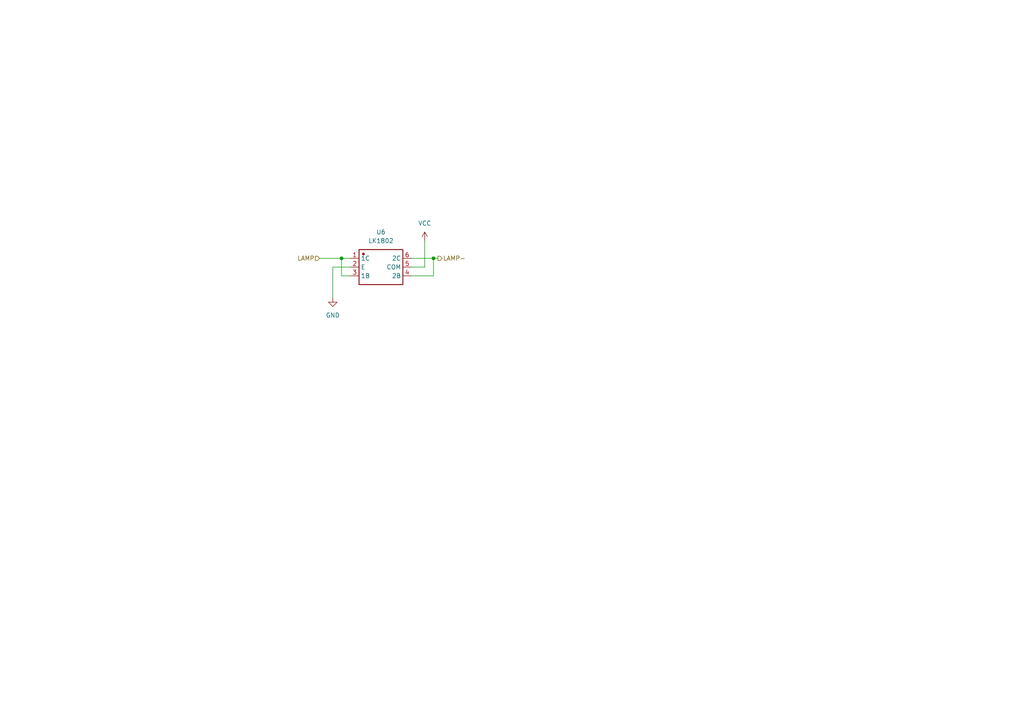
<source format=kicad_sch>
(kicad_sch
	(version 20250114)
	(generator "eeschema")
	(generator_version "9.0")
	(uuid "16a85ecb-cff9-487f-a03c-81f40487c06a")
	(paper "A4")
	(lib_symbols
		(symbol "SCHLIB_LK1802_2025-07-18:LK1802"
			(exclude_from_sim no)
			(in_bom yes)
			(on_board yes)
			(property "Reference" "U?"
				(at 0 0 0)
				(effects
					(font
						(size 1.27 1.27)
					)
				)
			)
			(property "Value" "LK1802"
				(at 0 0 0)
				(effects
					(font
						(size 1.27 1.27)
					)
				)
			)
			(property "Footprint" ""
				(at 0 0 0)
				(effects
					(font
						(size 1.27 1.27)
					)
					(hide yes)
				)
			)
			(property "Datasheet" ""
				(at 0 0 0)
				(effects
					(font
						(size 1.27 1.27)
					)
					(hide yes)
				)
			)
			(property "Description" ""
				(at 0 0 0)
				(effects
					(font
						(size 1.27 1.27)
					)
					(hide yes)
				)
			)
			(property "Manufacturer Part" "LK1802"
				(at 0 0 0)
				(effects
					(font
						(size 1.27 1.27)
					)
					(hide yes)
				)
			)
			(property "Manufacturer" "LANKE(兰科)"
				(at 0 0 0)
				(effects
					(font
						(size 1.27 1.27)
					)
					(hide yes)
				)
			)
			(property "Supplier Part" "C2984831"
				(at 0 0 0)
				(effects
					(font
						(size 1.27 1.27)
					)
					(hide yes)
				)
			)
			(property "Supplier" "LCSC"
				(at 0 0 0)
				(effects
					(font
						(size 1.27 1.27)
					)
					(hide yes)
				)
			)
			(symbol "LK1802_0_0"
				(rectangle
					(start -6.35 5.08)
					(end 6.35 -5.08)
					(stroke
						(width 0.254)
						(type solid)
					)
					(fill
						(type none)
					)
				)
				(circle
					(center -5.08 3.81)
					(radius 0.254)
					(stroke
						(width 0.254)
						(type solid)
					)
					(fill
						(type outline)
					)
				)
				(pin unspecified line
					(at -8.89 2.54 0)
					(length 2.54)
					(name "1C"
						(effects
							(font
								(size 1.27 1.27)
							)
						)
					)
					(number "1"
						(effects
							(font
								(size 1.27 1.27)
							)
						)
					)
				)
				(pin unspecified line
					(at -8.89 0 0)
					(length 2.54)
					(name "E"
						(effects
							(font
								(size 1.27 1.27)
							)
						)
					)
					(number "2"
						(effects
							(font
								(size 1.27 1.27)
							)
						)
					)
				)
				(pin unspecified line
					(at -8.89 -2.54 0)
					(length 2.54)
					(name "1B"
						(effects
							(font
								(size 1.27 1.27)
							)
						)
					)
					(number "3"
						(effects
							(font
								(size 1.27 1.27)
							)
						)
					)
				)
				(pin unspecified line
					(at 8.89 2.54 180)
					(length 2.54)
					(name "2C"
						(effects
							(font
								(size 1.27 1.27)
							)
						)
					)
					(number "6"
						(effects
							(font
								(size 1.27 1.27)
							)
						)
					)
				)
				(pin unspecified line
					(at 8.89 0 180)
					(length 2.54)
					(name "COM"
						(effects
							(font
								(size 1.27 1.27)
							)
						)
					)
					(number "5"
						(effects
							(font
								(size 1.27 1.27)
							)
						)
					)
				)
				(pin unspecified line
					(at 8.89 -2.54 180)
					(length 2.54)
					(name "2B"
						(effects
							(font
								(size 1.27 1.27)
							)
						)
					)
					(number "4"
						(effects
							(font
								(size 1.27 1.27)
							)
						)
					)
				)
			)
			(embedded_fonts no)
		)
		(symbol "power:GND"
			(power)
			(pin_numbers
				(hide yes)
			)
			(pin_names
				(offset 0)
				(hide yes)
			)
			(exclude_from_sim no)
			(in_bom yes)
			(on_board yes)
			(property "Reference" "#PWR"
				(at 0 -6.35 0)
				(effects
					(font
						(size 1.27 1.27)
					)
					(hide yes)
				)
			)
			(property "Value" "GND"
				(at 0 -3.81 0)
				(effects
					(font
						(size 1.27 1.27)
					)
				)
			)
			(property "Footprint" ""
				(at 0 0 0)
				(effects
					(font
						(size 1.27 1.27)
					)
					(hide yes)
				)
			)
			(property "Datasheet" ""
				(at 0 0 0)
				(effects
					(font
						(size 1.27 1.27)
					)
					(hide yes)
				)
			)
			(property "Description" "Power symbol creates a global label with name \"GND\" , ground"
				(at 0 0 0)
				(effects
					(font
						(size 1.27 1.27)
					)
					(hide yes)
				)
			)
			(property "ki_keywords" "global power"
				(at 0 0 0)
				(effects
					(font
						(size 1.27 1.27)
					)
					(hide yes)
				)
			)
			(symbol "GND_0_1"
				(polyline
					(pts
						(xy 0 0) (xy 0 -1.27) (xy 1.27 -1.27) (xy 0 -2.54) (xy -1.27 -1.27) (xy 0 -1.27)
					)
					(stroke
						(width 0)
						(type default)
					)
					(fill
						(type none)
					)
				)
			)
			(symbol "GND_1_1"
				(pin power_in line
					(at 0 0 270)
					(length 0)
					(name "~"
						(effects
							(font
								(size 1.27 1.27)
							)
						)
					)
					(number "1"
						(effects
							(font
								(size 1.27 1.27)
							)
						)
					)
				)
			)
			(embedded_fonts no)
		)
		(symbol "power:VCC"
			(power)
			(pin_numbers
				(hide yes)
			)
			(pin_names
				(offset 0)
				(hide yes)
			)
			(exclude_from_sim no)
			(in_bom yes)
			(on_board yes)
			(property "Reference" "#PWR"
				(at 0 -3.81 0)
				(effects
					(font
						(size 1.27 1.27)
					)
					(hide yes)
				)
			)
			(property "Value" "VCC"
				(at 0 3.556 0)
				(effects
					(font
						(size 1.27 1.27)
					)
				)
			)
			(property "Footprint" ""
				(at 0 0 0)
				(effects
					(font
						(size 1.27 1.27)
					)
					(hide yes)
				)
			)
			(property "Datasheet" ""
				(at 0 0 0)
				(effects
					(font
						(size 1.27 1.27)
					)
					(hide yes)
				)
			)
			(property "Description" "Power symbol creates a global label with name \"VCC\""
				(at 0 0 0)
				(effects
					(font
						(size 1.27 1.27)
					)
					(hide yes)
				)
			)
			(property "ki_keywords" "global power"
				(at 0 0 0)
				(effects
					(font
						(size 1.27 1.27)
					)
					(hide yes)
				)
			)
			(symbol "VCC_0_1"
				(polyline
					(pts
						(xy -0.762 1.27) (xy 0 2.54)
					)
					(stroke
						(width 0)
						(type default)
					)
					(fill
						(type none)
					)
				)
				(polyline
					(pts
						(xy 0 2.54) (xy 0.762 1.27)
					)
					(stroke
						(width 0)
						(type default)
					)
					(fill
						(type none)
					)
				)
				(polyline
					(pts
						(xy 0 0) (xy 0 2.54)
					)
					(stroke
						(width 0)
						(type default)
					)
					(fill
						(type none)
					)
				)
			)
			(symbol "VCC_1_1"
				(pin power_in line
					(at 0 0 90)
					(length 0)
					(name "~"
						(effects
							(font
								(size 1.27 1.27)
							)
						)
					)
					(number "1"
						(effects
							(font
								(size 1.27 1.27)
							)
						)
					)
				)
			)
			(embedded_fonts no)
		)
	)
	(junction
		(at 125.73 74.93)
		(diameter 0)
		(color 0 0 0 0)
		(uuid "02b88c88-3a3a-4a53-ad5c-07ba01d0d175")
	)
	(junction
		(at 99.06 74.93)
		(diameter 0)
		(color 0 0 0 0)
		(uuid "a86905a7-a532-4787-9c02-595dd1953a53")
	)
	(wire
		(pts
			(xy 119.38 74.93) (xy 125.73 74.93)
		)
		(stroke
			(width 0)
			(type default)
		)
		(uuid "05090df3-ec76-4e6d-9a1c-fb189b7fe50e")
	)
	(wire
		(pts
			(xy 92.71 74.93) (xy 99.06 74.93)
		)
		(stroke
			(width 0)
			(type default)
		)
		(uuid "17a8deaa-2a31-4109-9a6b-1ef76639c844")
	)
	(wire
		(pts
			(xy 96.52 77.47) (xy 96.52 86.36)
		)
		(stroke
			(width 0)
			(type default)
		)
		(uuid "2c7eeb48-f7d5-473b-a5ba-edda6fee8803")
	)
	(wire
		(pts
			(xy 99.06 80.01) (xy 99.06 74.93)
		)
		(stroke
			(width 0)
			(type default)
		)
		(uuid "395b3a82-f986-4b76-9902-3d2d7784b194")
	)
	(wire
		(pts
			(xy 101.6 77.47) (xy 96.52 77.47)
		)
		(stroke
			(width 0)
			(type default)
		)
		(uuid "485a900f-c623-419c-9341-a09b70df7eee")
	)
	(wire
		(pts
			(xy 125.73 74.93) (xy 127 74.93)
		)
		(stroke
			(width 0)
			(type default)
		)
		(uuid "623e83a4-871c-4e1f-9d81-8cfb3a303cc2")
	)
	(wire
		(pts
			(xy 119.38 80.01) (xy 125.73 80.01)
		)
		(stroke
			(width 0)
			(type default)
		)
		(uuid "6bfd12a4-2c11-48f3-8674-418e523b73e5")
	)
	(wire
		(pts
			(xy 125.73 80.01) (xy 125.73 74.93)
		)
		(stroke
			(width 0)
			(type default)
		)
		(uuid "8ee70778-6e12-4c9b-80f4-75ea212eb70e")
	)
	(wire
		(pts
			(xy 101.6 80.01) (xy 99.06 80.01)
		)
		(stroke
			(width 0)
			(type default)
		)
		(uuid "8f237dfb-9cb5-44aa-9d9b-521e82dcecdc")
	)
	(wire
		(pts
			(xy 123.19 77.47) (xy 123.19 69.85)
		)
		(stroke
			(width 0)
			(type default)
		)
		(uuid "96e38d53-a97f-4edc-9de4-abccc384fdde")
	)
	(wire
		(pts
			(xy 119.38 77.47) (xy 123.19 77.47)
		)
		(stroke
			(width 0)
			(type default)
		)
		(uuid "b99e87c5-abe4-416d-8670-2d5d06208c73")
	)
	(wire
		(pts
			(xy 99.06 74.93) (xy 101.6 74.93)
		)
		(stroke
			(width 0)
			(type default)
		)
		(uuid "fd345c52-d5b8-4074-9d70-f01a3eed66b9")
	)
	(hierarchical_label "LAMP"
		(shape input)
		(at 92.71 74.93 180)
		(effects
			(font
				(size 1.27 1.27)
			)
			(justify right)
		)
		(uuid "7d1e9fa1-6870-4ab9-8ab5-4037676ae95f")
	)
	(hierarchical_label "LAMP-"
		(shape output)
		(at 127 74.93 0)
		(effects
			(font
				(size 1.27 1.27)
			)
			(justify left)
		)
		(uuid "a714f82b-2f4a-4d0d-96a2-d93c55aa6a2f")
	)
	(symbol
		(lib_id "SCHLIB_LK1802_2025-07-18:LK1802")
		(at 110.49 77.47 0)
		(unit 1)
		(exclude_from_sim no)
		(in_bom yes)
		(on_board yes)
		(dnp no)
		(fields_autoplaced yes)
		(uuid "0a22c9be-cd17-48fe-9791-0f5bb0524088")
		(property "Reference" "U6"
			(at 110.49 67.31 0)
			(effects
				(font
					(size 1.27 1.27)
				)
			)
		)
		(property "Value" "LK1802"
			(at 110.49 69.85 0)
			(effects
				(font
					(size 1.27 1.27)
				)
			)
		)
		(property "Footprint" ""
			(at 110.49 77.47 0)
			(effects
				(font
					(size 1.27 1.27)
				)
				(hide yes)
			)
		)
		(property "Datasheet" ""
			(at 110.49 77.47 0)
			(effects
				(font
					(size 1.27 1.27)
				)
				(hide yes)
			)
		)
		(property "Description" ""
			(at 110.49 77.47 0)
			(effects
				(font
					(size 1.27 1.27)
				)
				(hide yes)
			)
		)
		(property "Manufacturer Part" "LK1802"
			(at 110.49 77.47 0)
			(effects
				(font
					(size 1.27 1.27)
				)
				(hide yes)
			)
		)
		(property "Manufacturer" "LANKE(兰科)"
			(at 110.49 77.47 0)
			(effects
				(font
					(size 1.27 1.27)
				)
				(hide yes)
			)
		)
		(property "Supplier Part" "C2984831"
			(at 110.49 77.47 0)
			(effects
				(font
					(size 1.27 1.27)
				)
				(hide yes)
			)
		)
		(property "Supplier" "LCSC"
			(at 110.49 77.47 0)
			(effects
				(font
					(size 1.27 1.27)
				)
				(hide yes)
			)
		)
		(pin "5"
			(uuid "99a4d6a1-6f82-459c-8ffa-c6d10b488aa9")
		)
		(pin "6"
			(uuid "9ddc91ad-16d8-4903-b835-85974fab6840")
		)
		(pin "2"
			(uuid "5638bbb9-f1d9-4cdc-9205-8103790a0546")
		)
		(pin "1"
			(uuid "70e10546-63fb-44bf-acf0-67bbe47e1491")
		)
		(pin "4"
			(uuid "bb48c0ad-ed6c-4155-a66a-8c08e521575f")
		)
		(pin "3"
			(uuid "66fd968c-9256-4718-ac44-f92f5b9448e2")
		)
		(instances
			(project ""
				(path "/066fc511-7226-4630-beb0-d4fa33de32d6/98e2e1af-13f4-44d7-afbb-a6c00796e80f/f66e0a72-25ad-4a5f-a241-27171831d629"
					(reference "U6")
					(unit 1)
				)
			)
		)
	)
	(symbol
		(lib_id "power:GND")
		(at 96.52 86.36 0)
		(unit 1)
		(exclude_from_sim no)
		(in_bom yes)
		(on_board yes)
		(dnp no)
		(fields_autoplaced yes)
		(uuid "963b52b0-f650-41ba-8b27-d04b44fbe21b")
		(property "Reference" "#PWR048"
			(at 96.52 92.71 0)
			(effects
				(font
					(size 1.27 1.27)
				)
				(hide yes)
			)
		)
		(property "Value" "GND"
			(at 96.52 91.44 0)
			(effects
				(font
					(size 1.27 1.27)
				)
			)
		)
		(property "Footprint" ""
			(at 96.52 86.36 0)
			(effects
				(font
					(size 1.27 1.27)
				)
				(hide yes)
			)
		)
		(property "Datasheet" ""
			(at 96.52 86.36 0)
			(effects
				(font
					(size 1.27 1.27)
				)
				(hide yes)
			)
		)
		(property "Description" "Power symbol creates a global label with name \"GND\" , ground"
			(at 96.52 86.36 0)
			(effects
				(font
					(size 1.27 1.27)
				)
				(hide yes)
			)
		)
		(pin "1"
			(uuid "17aa2858-0500-495e-b7f1-89446b33ca87")
		)
		(instances
			(project "PCB porton"
				(path "/066fc511-7226-4630-beb0-d4fa33de32d6/98e2e1af-13f4-44d7-afbb-a6c00796e80f/f66e0a72-25ad-4a5f-a241-27171831d629"
					(reference "#PWR048")
					(unit 1)
				)
			)
		)
	)
	(symbol
		(lib_id "power:VCC")
		(at 123.19 69.85 0)
		(unit 1)
		(exclude_from_sim no)
		(in_bom yes)
		(on_board yes)
		(dnp no)
		(fields_autoplaced yes)
		(uuid "f4adca10-8f80-4c50-91a6-2b9ab2e6b3b0")
		(property "Reference" "#PWR050"
			(at 123.19 73.66 0)
			(effects
				(font
					(size 1.27 1.27)
				)
				(hide yes)
			)
		)
		(property "Value" "VCC"
			(at 123.19 64.77 0)
			(effects
				(font
					(size 1.27 1.27)
				)
			)
		)
		(property "Footprint" ""
			(at 123.19 69.85 0)
			(effects
				(font
					(size 1.27 1.27)
				)
				(hide yes)
			)
		)
		(property "Datasheet" ""
			(at 123.19 69.85 0)
			(effects
				(font
					(size 1.27 1.27)
				)
				(hide yes)
			)
		)
		(property "Description" "Power symbol creates a global label with name \"VCC\""
			(at 123.19 69.85 0)
			(effects
				(font
					(size 1.27 1.27)
				)
				(hide yes)
			)
		)
		(pin "1"
			(uuid "9c1eb89f-f9f4-4625-a22b-dbded5dc6f31")
		)
		(instances
			(project "PCB porton"
				(path "/066fc511-7226-4630-beb0-d4fa33de32d6/98e2e1af-13f4-44d7-afbb-a6c00796e80f/f66e0a72-25ad-4a5f-a241-27171831d629"
					(reference "#PWR050")
					(unit 1)
				)
			)
		)
	)
)

</source>
